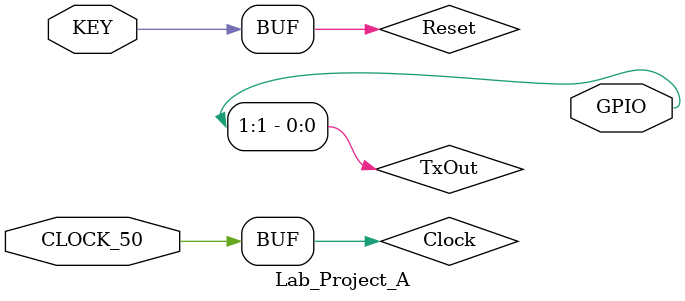
<source format=sv>
module Lab_Project_A(input logic CLOCK_50,input logic [0:0]KEY,output logic [1:0]GPIO);
    logic Clock,Reset,Enable,TxEmpty,XMitGo,TxOut;
    logic [7:0]TxData;
    
    assign Clock    = CLOCK_50;
    assign Reset    = KEY;
    assign GPIO[1]  = TxOut;
	
	 Counter C(Clock,Enable);
    TXDriver TXD(Enable,Reset,TxEmpty,XMitGo,TxData);
endmodule
</source>
